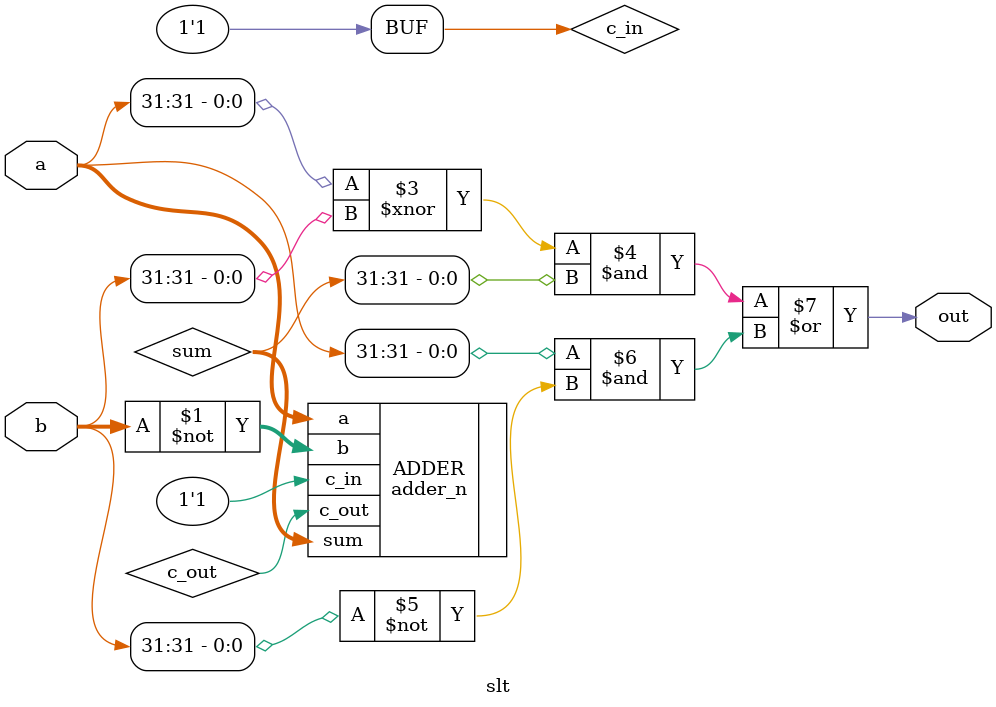
<source format=sv>
module slt(a, b, out);
parameter N = 32;
input wire signed [N-1:0] a, b;
output logic out;

// Using only *structural* combinational logic, make a module that computes if a is less than b!
// Note: this assumes that the two inputs are signed: aka should be interpreted as two's complement.

// Copy any other modules you use into this folder and update the Makefile accordingly.

// Gati helped me out with figuring out that I declared the adder inside always_comb

logic c_in = 1'b1;
logic signed [N-1:0] sum;
wire c_out;

adder_n #(.N(N)) ADDER(.a(a), .b(~b), .c_in(c_in), .sum(sum), .c_out(c_out));

always_comb begin
    out = ((a[N-1] ~^ b[N-1]) & sum[N-1]) | (a[N-1] & ~b[N-1]);
end

endmodule
</source>
